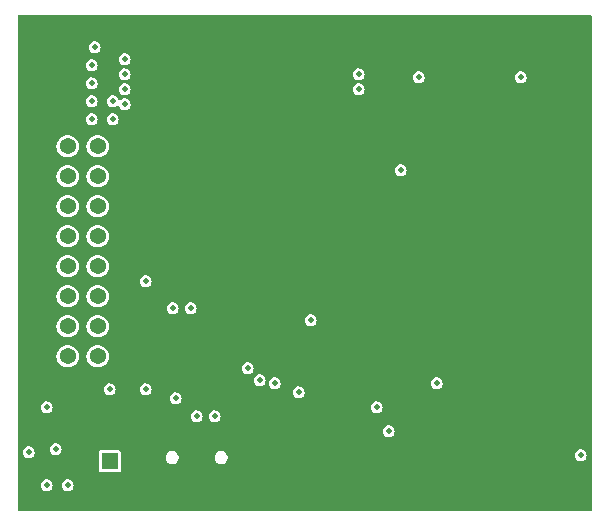
<source format=gbl>
%TF.GenerationSoftware,KiCad,Pcbnew,8.0.4*%
%TF.CreationDate,2024-09-05T11:54:57-04:00*%
%TF.ProjectId,ESP32-RC_R0,45535033-322d-4524-935f-52302e6b6963,0*%
%TF.SameCoordinates,Original*%
%TF.FileFunction,Copper,L4,Bot*%
%TF.FilePolarity,Positive*%
%FSLAX46Y46*%
G04 Gerber Fmt 4.6, Leading zero omitted, Abs format (unit mm)*
G04 Created by KiCad (PCBNEW 8.0.4) date 2024-09-05 11:54:57*
%MOMM*%
%LPD*%
G01*
G04 APERTURE LIST*
%TA.AperFunction,ComponentPad*%
%ADD10R,1.370000X1.370000*%
%TD*%
%TA.AperFunction,ComponentPad*%
%ADD11C,1.370000*%
%TD*%
%TA.AperFunction,ViaPad*%
%ADD12C,0.508000*%
%TD*%
G04 APERTURE END LIST*
D10*
%TO.P,J5,01,01*%
%TO.N,/PVBATT*%
X122936000Y-110236000D03*
D11*
%TO.P,J5,02,02*%
%TO.N,GND*%
X122936000Y-112776000D03*
%TD*%
D10*
%TO.P,J1,01,01*%
%TO.N,GND*%
X116840000Y-83566000D03*
D11*
%TO.P,J1,02,02*%
%TO.N,/PVRC*%
X119380000Y-83566000D03*
%TO.P,J1,03,03*%
%TO.N,/RC1*%
X121920000Y-83566000D03*
%TO.P,J1,04,04*%
%TO.N,GND*%
X116840000Y-86106000D03*
%TO.P,J1,05,05*%
%TO.N,/PVRC*%
X119380000Y-86106000D03*
%TO.P,J1,06,06*%
%TO.N,/RC2*%
X121920000Y-86106000D03*
%TO.P,J1,07,07*%
%TO.N,GND*%
X116840000Y-88646000D03*
%TO.P,J1,08,08*%
%TO.N,/PVRC*%
X119380000Y-88646000D03*
%TO.P,J1,09,09*%
%TO.N,/RC3*%
X121920000Y-88646000D03*
%TO.P,J1,10,10*%
%TO.N,GND*%
X116840000Y-91186000D03*
%TO.P,J1,11,11*%
%TO.N,/PVRC*%
X119380000Y-91186000D03*
%TO.P,J1,12,12*%
%TO.N,/RC4*%
X121920000Y-91186000D03*
%TO.P,J1,13,13*%
%TO.N,GND*%
X116840000Y-93726000D03*
%TO.P,J1,14,14*%
%TO.N,/PVRC*%
X119380000Y-93726000D03*
%TO.P,J1,15,15*%
%TO.N,/RC5*%
X121920000Y-93726000D03*
%TO.P,J1,16,16*%
%TO.N,GND*%
X116840000Y-96266000D03*
%TO.P,J1,17,17*%
%TO.N,/PVRC*%
X119380000Y-96266000D03*
%TO.P,J1,18,18*%
%TO.N,/RC6*%
X121920000Y-96266000D03*
%TO.P,J1,19,19*%
%TO.N,GND*%
X116840000Y-98806000D03*
%TO.P,J1,20,20*%
%TO.N,/PVRC*%
X119380000Y-98806000D03*
%TO.P,J1,21,21*%
%TO.N,/RC7*%
X121920000Y-98806000D03*
%TO.P,J1,22,22*%
%TO.N,GND*%
X116840000Y-101346000D03*
%TO.P,J1,23,23*%
%TO.N,/PVRC*%
X119380000Y-101346000D03*
%TO.P,J1,24,24*%
%TO.N,/RC8*%
X121920000Y-101346000D03*
%TD*%
D12*
%TO.N,P3V3*%
X119380000Y-112268000D03*
X135636000Y-103378000D03*
X162814000Y-109728000D03*
X147574000Y-85598000D03*
X121666000Y-75184000D03*
X149098000Y-77724000D03*
X136906000Y-103632000D03*
X157734000Y-77724000D03*
%TO.N,GND*%
X126746000Y-73152000D03*
X116586000Y-73152000D03*
X157226000Y-93472000D03*
X156210000Y-76708000D03*
X136906000Y-83312000D03*
X134112000Y-98806000D03*
X147574000Y-77216000D03*
X121666000Y-108712000D03*
X126746000Y-113792000D03*
X147066000Y-113792000D03*
X152146000Y-98552000D03*
X116586000Y-103632000D03*
X126746000Y-93472000D03*
X157226000Y-83312000D03*
X141986000Y-108712000D03*
X136906000Y-113792000D03*
X162306000Y-78232000D03*
X157226000Y-73152000D03*
X157226000Y-113792000D03*
X131826000Y-108712000D03*
X131826000Y-88392000D03*
X136906000Y-73152000D03*
X136906000Y-93472000D03*
%TO.N,/ESP32/EN*%
X125984000Y-94996000D03*
X121412000Y-76708000D03*
X124206000Y-76200000D03*
X138938000Y-104394000D03*
%TO.N,/ESP32/IO00*%
X125984000Y-104140000D03*
X145542000Y-105664000D03*
%TO.N,PVESC*%
X116078000Y-109474000D03*
X128524000Y-104902000D03*
X123190000Y-79756000D03*
%TO.N,VBUS*%
X139954000Y-98298000D03*
X130302000Y-106426000D03*
%TO.N,/ESP32/USB_DN*%
X131826000Y-106426000D03*
X134620000Y-102362000D03*
%TO.N,/PVRC*%
X117602000Y-105664000D03*
X117602000Y-112268000D03*
%TO.N,/PVBATT*%
X123190000Y-81280000D03*
X122936000Y-104140000D03*
%TO.N,/ESP32/RXD0*%
X129794000Y-97282000D03*
X144018000Y-78740000D03*
%TO.N,/ESP32/TXD0*%
X144018000Y-77470000D03*
X128270000Y-97282000D03*
%TO.N,/VSNS1*%
X124206000Y-77470000D03*
X121412000Y-78232000D03*
%TO.N,/VSNS2*%
X121412000Y-79756000D03*
X124206000Y-78740000D03*
%TO.N,/VSNS3*%
X121412000Y-81280000D03*
X124206000Y-80010000D03*
%TO.N,PVIN*%
X118364000Y-109220000D03*
X146558000Y-107696000D03*
X150622000Y-103632000D03*
%TD*%
%TA.AperFunction,Conductor*%
%TO.N,GND*%
G36*
X163695421Y-72486702D02*
G01*
X163741914Y-72540358D01*
X163753300Y-72592700D01*
X163753300Y-114351300D01*
X163733298Y-114419421D01*
X163679642Y-114465914D01*
X163627300Y-114477300D01*
X115264700Y-114477300D01*
X115196579Y-114457298D01*
X115150086Y-114403642D01*
X115138700Y-114351300D01*
X115138700Y-112267996D01*
X117088271Y-112267996D01*
X117088271Y-112268003D01*
X117109079Y-112412727D01*
X117109081Y-112412734D01*
X117169824Y-112545743D01*
X117265579Y-112656250D01*
X117388589Y-112735304D01*
X117508039Y-112770378D01*
X117528885Y-112776499D01*
X117528886Y-112776499D01*
X117528889Y-112776500D01*
X117528892Y-112776500D01*
X117675108Y-112776500D01*
X117675111Y-112776500D01*
X117815411Y-112735304D01*
X117938421Y-112656250D01*
X118034176Y-112545743D01*
X118094919Y-112412734D01*
X118115729Y-112268000D01*
X118115729Y-112267996D01*
X118866271Y-112267996D01*
X118866271Y-112268003D01*
X118887079Y-112412727D01*
X118887081Y-112412734D01*
X118947824Y-112545743D01*
X119043579Y-112656250D01*
X119166589Y-112735304D01*
X119286039Y-112770378D01*
X119306885Y-112776499D01*
X119306886Y-112776499D01*
X119306889Y-112776500D01*
X119306892Y-112776500D01*
X119453108Y-112776500D01*
X119453111Y-112776500D01*
X119593411Y-112735304D01*
X119716421Y-112656250D01*
X119812176Y-112545743D01*
X119872919Y-112412734D01*
X119893729Y-112268000D01*
X119893729Y-112267996D01*
X119872920Y-112123272D01*
X119872919Y-112123271D01*
X119872919Y-112123266D01*
X119812176Y-111990257D01*
X119716421Y-111879750D01*
X119716420Y-111879749D01*
X119654916Y-111840223D01*
X119593411Y-111800696D01*
X119558336Y-111790397D01*
X119453114Y-111759500D01*
X119453111Y-111759500D01*
X119306889Y-111759500D01*
X119306885Y-111759500D01*
X119166589Y-111800696D01*
X119166587Y-111800697D01*
X119043579Y-111879749D01*
X118947824Y-111990256D01*
X118887081Y-112123265D01*
X118887079Y-112123272D01*
X118866271Y-112267996D01*
X118115729Y-112267996D01*
X118094920Y-112123272D01*
X118094919Y-112123271D01*
X118094919Y-112123266D01*
X118034176Y-111990257D01*
X117938421Y-111879750D01*
X117938420Y-111879749D01*
X117876916Y-111840223D01*
X117815411Y-111800696D01*
X117780336Y-111790397D01*
X117675114Y-111759500D01*
X117675111Y-111759500D01*
X117528889Y-111759500D01*
X117528885Y-111759500D01*
X117388589Y-111800696D01*
X117388587Y-111800697D01*
X117265579Y-111879749D01*
X117169824Y-111990256D01*
X117109081Y-112123265D01*
X117109079Y-112123272D01*
X117088271Y-112267996D01*
X115138700Y-112267996D01*
X115138700Y-109473996D01*
X115564271Y-109473996D01*
X115564271Y-109474003D01*
X115585079Y-109618727D01*
X115585081Y-109618734D01*
X115645824Y-109751743D01*
X115741579Y-109862250D01*
X115864589Y-109941304D01*
X115984039Y-109976378D01*
X116004885Y-109982499D01*
X116004886Y-109982499D01*
X116004889Y-109982500D01*
X116004892Y-109982500D01*
X116151108Y-109982500D01*
X116151111Y-109982500D01*
X116291411Y-109941304D01*
X116414421Y-109862250D01*
X116510176Y-109751743D01*
X116570919Y-109618734D01*
X116584262Y-109525933D01*
X116591729Y-109474003D01*
X116591729Y-109473996D01*
X116570920Y-109329272D01*
X116570919Y-109329271D01*
X116570919Y-109329266D01*
X116521017Y-109219996D01*
X117850271Y-109219996D01*
X117850271Y-109220003D01*
X117871079Y-109364727D01*
X117871081Y-109364734D01*
X117931824Y-109497743D01*
X118027579Y-109608250D01*
X118150589Y-109687304D01*
X118270039Y-109722378D01*
X118290885Y-109728499D01*
X118290886Y-109728499D01*
X118290889Y-109728500D01*
X118290892Y-109728500D01*
X118437108Y-109728500D01*
X118437111Y-109728500D01*
X118577411Y-109687304D01*
X118700421Y-109608250D01*
X118771752Y-109525930D01*
X121996500Y-109525930D01*
X121996500Y-110946063D01*
X121996501Y-110946073D01*
X122011265Y-111020300D01*
X122067516Y-111104484D01*
X122151697Y-111160733D01*
X122151699Y-111160734D01*
X122225933Y-111175500D01*
X123646066Y-111175499D01*
X123646069Y-111175498D01*
X123646073Y-111175498D01*
X123695326Y-111165701D01*
X123720301Y-111160734D01*
X123804484Y-111104484D01*
X123860734Y-111020301D01*
X123875500Y-110946067D01*
X123875499Y-109841104D01*
X127673300Y-109841104D01*
X127673300Y-109986896D01*
X127707961Y-110116250D01*
X127711034Y-110127719D01*
X127711036Y-110127724D01*
X127783927Y-110253976D01*
X127783935Y-110253986D01*
X127887013Y-110357064D01*
X127887018Y-110357068D01*
X127887020Y-110357070D01*
X128013280Y-110429966D01*
X128154104Y-110467700D01*
X128154107Y-110467700D01*
X128299893Y-110467700D01*
X128299896Y-110467700D01*
X128440720Y-110429966D01*
X128566980Y-110357070D01*
X128670070Y-110253980D01*
X128742966Y-110127720D01*
X128780700Y-109986896D01*
X128780700Y-109841104D01*
X131823300Y-109841104D01*
X131823300Y-109986896D01*
X131857961Y-110116250D01*
X131861034Y-110127719D01*
X131861036Y-110127724D01*
X131933927Y-110253976D01*
X131933935Y-110253986D01*
X132037013Y-110357064D01*
X132037018Y-110357068D01*
X132037020Y-110357070D01*
X132163280Y-110429966D01*
X132304104Y-110467700D01*
X132304107Y-110467700D01*
X132449893Y-110467700D01*
X132449896Y-110467700D01*
X132590720Y-110429966D01*
X132716980Y-110357070D01*
X132820070Y-110253980D01*
X132892966Y-110127720D01*
X132930700Y-109986896D01*
X132930700Y-109841104D01*
X132900393Y-109727996D01*
X162300271Y-109727996D01*
X162300271Y-109728003D01*
X162321079Y-109872727D01*
X162321081Y-109872734D01*
X162381824Y-110005743D01*
X162477579Y-110116250D01*
X162600589Y-110195304D01*
X162720039Y-110230378D01*
X162740885Y-110236499D01*
X162740886Y-110236499D01*
X162740889Y-110236500D01*
X162740892Y-110236500D01*
X162887108Y-110236500D01*
X162887111Y-110236500D01*
X163027411Y-110195304D01*
X163150421Y-110116250D01*
X163246176Y-110005743D01*
X163306919Y-109872734D01*
X163311467Y-109841104D01*
X163327729Y-109728003D01*
X163327729Y-109727996D01*
X163306920Y-109583272D01*
X163306919Y-109583271D01*
X163306919Y-109583266D01*
X163246176Y-109450257D01*
X163150421Y-109339750D01*
X163150420Y-109339749D01*
X163083123Y-109296500D01*
X163027411Y-109260696D01*
X162992336Y-109250397D01*
X162887114Y-109219500D01*
X162887111Y-109219500D01*
X162740889Y-109219500D01*
X162740885Y-109219500D01*
X162600589Y-109260696D01*
X162600587Y-109260697D01*
X162477579Y-109339749D01*
X162381824Y-109450256D01*
X162321081Y-109583265D01*
X162321079Y-109583272D01*
X162300271Y-109727996D01*
X132900393Y-109727996D01*
X132892966Y-109700280D01*
X132820070Y-109574020D01*
X132820068Y-109574018D01*
X132820064Y-109574013D01*
X132716986Y-109470935D01*
X132716976Y-109470927D01*
X132590724Y-109398036D01*
X132590722Y-109398035D01*
X132590720Y-109398034D01*
X132449896Y-109360300D01*
X132304104Y-109360300D01*
X132163280Y-109398034D01*
X132163275Y-109398036D01*
X132037023Y-109470927D01*
X132037013Y-109470935D01*
X131933935Y-109574013D01*
X131933927Y-109574023D01*
X131861036Y-109700275D01*
X131861034Y-109700280D01*
X131823300Y-109841104D01*
X128780700Y-109841104D01*
X128742966Y-109700280D01*
X128670070Y-109574020D01*
X128670068Y-109574018D01*
X128670064Y-109574013D01*
X128566986Y-109470935D01*
X128566976Y-109470927D01*
X128440724Y-109398036D01*
X128440722Y-109398035D01*
X128440720Y-109398034D01*
X128299896Y-109360300D01*
X128154104Y-109360300D01*
X128013280Y-109398034D01*
X128013275Y-109398036D01*
X127887023Y-109470927D01*
X127887013Y-109470935D01*
X127783935Y-109574013D01*
X127783927Y-109574023D01*
X127711036Y-109700275D01*
X127711034Y-109700280D01*
X127673300Y-109841104D01*
X123875499Y-109841104D01*
X123875499Y-109525934D01*
X123875498Y-109525930D01*
X123875498Y-109525926D01*
X123860734Y-109451699D01*
X123804483Y-109367515D01*
X123720302Y-109311266D01*
X123646067Y-109296500D01*
X122225936Y-109296500D01*
X122225926Y-109296501D01*
X122151699Y-109311265D01*
X122067515Y-109367516D01*
X122011266Y-109451697D01*
X121996500Y-109525930D01*
X118771752Y-109525930D01*
X118796176Y-109497743D01*
X118856919Y-109364734D01*
X118877729Y-109220000D01*
X118877729Y-109219996D01*
X118856920Y-109075272D01*
X118856919Y-109075271D01*
X118856919Y-109075266D01*
X118796176Y-108942257D01*
X118700421Y-108831750D01*
X118700420Y-108831749D01*
X118638916Y-108792223D01*
X118577411Y-108752696D01*
X118542336Y-108742397D01*
X118437114Y-108711500D01*
X118437111Y-108711500D01*
X118290889Y-108711500D01*
X118290885Y-108711500D01*
X118150589Y-108752696D01*
X118150587Y-108752697D01*
X118027579Y-108831749D01*
X117931824Y-108942256D01*
X117871081Y-109075265D01*
X117871079Y-109075272D01*
X117850271Y-109219996D01*
X116521017Y-109219996D01*
X116510176Y-109196257D01*
X116414421Y-109085750D01*
X116414420Y-109085749D01*
X116352916Y-109046223D01*
X116291411Y-109006696D01*
X116256336Y-108996397D01*
X116151114Y-108965500D01*
X116151111Y-108965500D01*
X116004889Y-108965500D01*
X116004885Y-108965500D01*
X115864589Y-109006696D01*
X115864587Y-109006697D01*
X115741579Y-109085749D01*
X115645824Y-109196256D01*
X115585081Y-109329265D01*
X115585079Y-109329272D01*
X115564271Y-109473996D01*
X115138700Y-109473996D01*
X115138700Y-107695996D01*
X146044271Y-107695996D01*
X146044271Y-107696003D01*
X146065079Y-107840727D01*
X146065081Y-107840734D01*
X146125824Y-107973743D01*
X146221579Y-108084250D01*
X146344589Y-108163304D01*
X146464039Y-108198378D01*
X146484885Y-108204499D01*
X146484886Y-108204499D01*
X146484889Y-108204500D01*
X146484892Y-108204500D01*
X146631108Y-108204500D01*
X146631111Y-108204500D01*
X146771411Y-108163304D01*
X146894421Y-108084250D01*
X146990176Y-107973743D01*
X147050919Y-107840734D01*
X147071729Y-107696000D01*
X147071729Y-107695996D01*
X147050920Y-107551272D01*
X147050919Y-107551271D01*
X147050919Y-107551266D01*
X146990176Y-107418257D01*
X146894421Y-107307750D01*
X146894420Y-107307749D01*
X146832916Y-107268223D01*
X146771411Y-107228696D01*
X146736336Y-107218397D01*
X146631114Y-107187500D01*
X146631111Y-107187500D01*
X146484889Y-107187500D01*
X146484885Y-107187500D01*
X146344589Y-107228696D01*
X146344587Y-107228697D01*
X146221579Y-107307749D01*
X146125824Y-107418256D01*
X146065081Y-107551265D01*
X146065079Y-107551272D01*
X146044271Y-107695996D01*
X115138700Y-107695996D01*
X115138700Y-106425996D01*
X129788271Y-106425996D01*
X129788271Y-106426003D01*
X129809079Y-106570727D01*
X129809081Y-106570734D01*
X129869824Y-106703743D01*
X129965579Y-106814250D01*
X130088589Y-106893304D01*
X130208039Y-106928378D01*
X130228885Y-106934499D01*
X130228886Y-106934499D01*
X130228889Y-106934500D01*
X130228892Y-106934500D01*
X130375108Y-106934500D01*
X130375111Y-106934500D01*
X130515411Y-106893304D01*
X130638421Y-106814250D01*
X130734176Y-106703743D01*
X130794919Y-106570734D01*
X130815729Y-106426000D01*
X130815729Y-106425996D01*
X131312271Y-106425996D01*
X131312271Y-106426003D01*
X131333079Y-106570727D01*
X131333081Y-106570734D01*
X131393824Y-106703743D01*
X131489579Y-106814250D01*
X131612589Y-106893304D01*
X131732039Y-106928378D01*
X131752885Y-106934499D01*
X131752886Y-106934499D01*
X131752889Y-106934500D01*
X131752892Y-106934500D01*
X131899108Y-106934500D01*
X131899111Y-106934500D01*
X132039411Y-106893304D01*
X132162421Y-106814250D01*
X132258176Y-106703743D01*
X132318919Y-106570734D01*
X132339729Y-106426000D01*
X132339729Y-106425996D01*
X132318920Y-106281272D01*
X132318919Y-106281271D01*
X132318919Y-106281266D01*
X132258176Y-106148257D01*
X132162421Y-106037750D01*
X132162420Y-106037749D01*
X132100916Y-105998223D01*
X132039411Y-105958696D01*
X131981675Y-105941743D01*
X131899114Y-105917500D01*
X131899111Y-105917500D01*
X131752889Y-105917500D01*
X131752885Y-105917500D01*
X131612589Y-105958696D01*
X131612587Y-105958697D01*
X131489579Y-106037749D01*
X131393824Y-106148256D01*
X131333081Y-106281265D01*
X131333079Y-106281272D01*
X131312271Y-106425996D01*
X130815729Y-106425996D01*
X130794920Y-106281272D01*
X130794919Y-106281271D01*
X130794919Y-106281266D01*
X130734176Y-106148257D01*
X130638421Y-106037750D01*
X130638420Y-106037749D01*
X130576916Y-105998223D01*
X130515411Y-105958696D01*
X130457675Y-105941743D01*
X130375114Y-105917500D01*
X130375111Y-105917500D01*
X130228889Y-105917500D01*
X130228885Y-105917500D01*
X130088589Y-105958696D01*
X130088587Y-105958697D01*
X129965579Y-106037749D01*
X129869824Y-106148256D01*
X129809081Y-106281265D01*
X129809079Y-106281272D01*
X129788271Y-106425996D01*
X115138700Y-106425996D01*
X115138700Y-105663996D01*
X117088271Y-105663996D01*
X117088271Y-105664003D01*
X117109079Y-105808727D01*
X117109081Y-105808734D01*
X117169824Y-105941743D01*
X117265579Y-106052250D01*
X117388589Y-106131304D01*
X117508039Y-106166378D01*
X117528885Y-106172499D01*
X117528886Y-106172499D01*
X117528889Y-106172500D01*
X117528892Y-106172500D01*
X117675108Y-106172500D01*
X117675111Y-106172500D01*
X117815411Y-106131304D01*
X117938421Y-106052250D01*
X118034176Y-105941743D01*
X118094919Y-105808734D01*
X118115729Y-105664000D01*
X118115729Y-105663996D01*
X145028271Y-105663996D01*
X145028271Y-105664003D01*
X145049079Y-105808727D01*
X145049081Y-105808734D01*
X145109824Y-105941743D01*
X145205579Y-106052250D01*
X145328589Y-106131304D01*
X145448039Y-106166378D01*
X145468885Y-106172499D01*
X145468886Y-106172499D01*
X145468889Y-106172500D01*
X145468892Y-106172500D01*
X145615108Y-106172500D01*
X145615111Y-106172500D01*
X145755411Y-106131304D01*
X145878421Y-106052250D01*
X145974176Y-105941743D01*
X146034919Y-105808734D01*
X146055729Y-105664000D01*
X146055729Y-105663996D01*
X146034920Y-105519272D01*
X146034919Y-105519271D01*
X146034919Y-105519266D01*
X145974176Y-105386257D01*
X145878421Y-105275750D01*
X145878420Y-105275749D01*
X145816916Y-105236223D01*
X145755411Y-105196696D01*
X145697675Y-105179743D01*
X145615114Y-105155500D01*
X145615111Y-105155500D01*
X145468889Y-105155500D01*
X145468885Y-105155500D01*
X145328589Y-105196696D01*
X145328587Y-105196697D01*
X145205579Y-105275749D01*
X145109824Y-105386256D01*
X145049081Y-105519265D01*
X145049079Y-105519272D01*
X145028271Y-105663996D01*
X118115729Y-105663996D01*
X118094920Y-105519272D01*
X118094919Y-105519271D01*
X118094919Y-105519266D01*
X118034176Y-105386257D01*
X117938421Y-105275750D01*
X117938420Y-105275749D01*
X117876916Y-105236223D01*
X117815411Y-105196696D01*
X117757675Y-105179743D01*
X117675114Y-105155500D01*
X117675111Y-105155500D01*
X117528889Y-105155500D01*
X117528885Y-105155500D01*
X117388589Y-105196696D01*
X117388587Y-105196697D01*
X117265579Y-105275749D01*
X117169824Y-105386256D01*
X117109081Y-105519265D01*
X117109079Y-105519272D01*
X117088271Y-105663996D01*
X115138700Y-105663996D01*
X115138700Y-104901996D01*
X128010271Y-104901996D01*
X128010271Y-104902003D01*
X128031079Y-105046727D01*
X128031081Y-105046734D01*
X128091824Y-105179743D01*
X128187579Y-105290250D01*
X128310589Y-105369304D01*
X128430039Y-105404378D01*
X128450885Y-105410499D01*
X128450886Y-105410499D01*
X128450889Y-105410500D01*
X128450892Y-105410500D01*
X128597108Y-105410500D01*
X128597111Y-105410500D01*
X128737411Y-105369304D01*
X128860421Y-105290250D01*
X128956176Y-105179743D01*
X129016919Y-105046734D01*
X129017227Y-105044589D01*
X129037729Y-104902003D01*
X129037729Y-104901996D01*
X129016920Y-104757272D01*
X129016919Y-104757271D01*
X129016919Y-104757266D01*
X128956176Y-104624257D01*
X128860421Y-104513750D01*
X128860420Y-104513749D01*
X128798916Y-104474223D01*
X128737411Y-104434696D01*
X128679675Y-104417743D01*
X128598803Y-104393996D01*
X138424271Y-104393996D01*
X138424271Y-104394003D01*
X138445079Y-104538727D01*
X138445081Y-104538734D01*
X138505824Y-104671743D01*
X138601579Y-104782250D01*
X138724589Y-104861304D01*
X138844039Y-104896378D01*
X138864885Y-104902499D01*
X138864886Y-104902499D01*
X138864889Y-104902500D01*
X138864892Y-104902500D01*
X139011108Y-104902500D01*
X139011111Y-104902500D01*
X139151411Y-104861304D01*
X139274421Y-104782250D01*
X139370176Y-104671743D01*
X139430919Y-104538734D01*
X139445878Y-104434696D01*
X139451729Y-104394003D01*
X139451729Y-104393996D01*
X139430920Y-104249272D01*
X139430919Y-104249271D01*
X139430919Y-104249266D01*
X139370176Y-104116257D01*
X139274421Y-104005750D01*
X139274420Y-104005749D01*
X139212916Y-103966223D01*
X139151411Y-103926696D01*
X139093675Y-103909743D01*
X139011114Y-103885500D01*
X139011111Y-103885500D01*
X138864889Y-103885500D01*
X138864885Y-103885500D01*
X138724589Y-103926696D01*
X138724587Y-103926697D01*
X138601579Y-104005749D01*
X138505824Y-104116256D01*
X138445081Y-104249265D01*
X138445079Y-104249272D01*
X138424271Y-104393996D01*
X128598803Y-104393996D01*
X128597114Y-104393500D01*
X128597111Y-104393500D01*
X128450889Y-104393500D01*
X128450885Y-104393500D01*
X128310589Y-104434696D01*
X128310587Y-104434697D01*
X128187579Y-104513749D01*
X128091824Y-104624256D01*
X128031081Y-104757265D01*
X128031079Y-104757272D01*
X128010271Y-104901996D01*
X115138700Y-104901996D01*
X115138700Y-104139996D01*
X122422271Y-104139996D01*
X122422271Y-104140003D01*
X122443079Y-104284727D01*
X122443081Y-104284734D01*
X122503824Y-104417743D01*
X122599579Y-104528250D01*
X122722589Y-104607304D01*
X122842039Y-104642378D01*
X122862885Y-104648499D01*
X122862886Y-104648499D01*
X122862889Y-104648500D01*
X122862892Y-104648500D01*
X123009108Y-104648500D01*
X123009111Y-104648500D01*
X123149411Y-104607304D01*
X123272421Y-104528250D01*
X123368176Y-104417743D01*
X123428919Y-104284734D01*
X123434019Y-104249265D01*
X123449729Y-104140003D01*
X123449729Y-104139996D01*
X125470271Y-104139996D01*
X125470271Y-104140003D01*
X125491079Y-104284727D01*
X125491081Y-104284734D01*
X125551824Y-104417743D01*
X125647579Y-104528250D01*
X125770589Y-104607304D01*
X125890039Y-104642378D01*
X125910885Y-104648499D01*
X125910886Y-104648499D01*
X125910889Y-104648500D01*
X125910892Y-104648500D01*
X126057108Y-104648500D01*
X126057111Y-104648500D01*
X126197411Y-104607304D01*
X126320421Y-104528250D01*
X126416176Y-104417743D01*
X126476919Y-104284734D01*
X126482019Y-104249265D01*
X126497729Y-104140003D01*
X126497729Y-104139996D01*
X126476920Y-103995272D01*
X126476919Y-103995271D01*
X126476919Y-103995266D01*
X126416176Y-103862257D01*
X126320421Y-103751750D01*
X126320420Y-103751749D01*
X126258916Y-103712223D01*
X126197411Y-103672696D01*
X126139675Y-103655743D01*
X126057114Y-103631500D01*
X126057111Y-103631500D01*
X125910889Y-103631500D01*
X125910885Y-103631500D01*
X125770589Y-103672696D01*
X125770587Y-103672697D01*
X125647579Y-103751749D01*
X125551824Y-103862256D01*
X125491081Y-103995265D01*
X125491079Y-103995272D01*
X125470271Y-104139996D01*
X123449729Y-104139996D01*
X123428920Y-103995272D01*
X123428919Y-103995271D01*
X123428919Y-103995266D01*
X123368176Y-103862257D01*
X123272421Y-103751750D01*
X123272420Y-103751749D01*
X123210916Y-103712223D01*
X123149411Y-103672696D01*
X123091675Y-103655743D01*
X123009114Y-103631500D01*
X123009111Y-103631500D01*
X122862889Y-103631500D01*
X122862885Y-103631500D01*
X122722589Y-103672696D01*
X122722587Y-103672697D01*
X122599579Y-103751749D01*
X122503824Y-103862256D01*
X122443081Y-103995265D01*
X122443079Y-103995272D01*
X122422271Y-104139996D01*
X115138700Y-104139996D01*
X115138700Y-103377996D01*
X135122271Y-103377996D01*
X135122271Y-103378003D01*
X135143079Y-103522727D01*
X135143081Y-103522734D01*
X135203824Y-103655743D01*
X135299579Y-103766250D01*
X135422589Y-103845304D01*
X135542039Y-103880378D01*
X135562885Y-103886499D01*
X135562886Y-103886499D01*
X135562889Y-103886500D01*
X135562892Y-103886500D01*
X135709108Y-103886500D01*
X135709111Y-103886500D01*
X135849411Y-103845304D01*
X135972421Y-103766250D01*
X136068176Y-103655743D01*
X136079021Y-103631996D01*
X136392271Y-103631996D01*
X136392271Y-103632003D01*
X136413079Y-103776727D01*
X136413081Y-103776734D01*
X136473824Y-103909743D01*
X136569579Y-104020250D01*
X136692589Y-104099304D01*
X136812039Y-104134378D01*
X136832885Y-104140499D01*
X136832886Y-104140499D01*
X136832889Y-104140500D01*
X136832892Y-104140500D01*
X136979108Y-104140500D01*
X136979111Y-104140500D01*
X137119411Y-104099304D01*
X137242421Y-104020250D01*
X137338176Y-103909743D01*
X137398919Y-103776734D01*
X137413878Y-103672696D01*
X137419729Y-103632003D01*
X137419729Y-103631996D01*
X150108271Y-103631996D01*
X150108271Y-103632003D01*
X150129079Y-103776727D01*
X150129081Y-103776734D01*
X150189824Y-103909743D01*
X150285579Y-104020250D01*
X150408589Y-104099304D01*
X150528039Y-104134378D01*
X150548885Y-104140499D01*
X150548886Y-104140499D01*
X150548889Y-104140500D01*
X150548892Y-104140500D01*
X150695108Y-104140500D01*
X150695111Y-104140500D01*
X150835411Y-104099304D01*
X150958421Y-104020250D01*
X151054176Y-103909743D01*
X151114919Y-103776734D01*
X151129878Y-103672696D01*
X151135729Y-103632003D01*
X151135729Y-103631996D01*
X151114920Y-103487272D01*
X151114919Y-103487271D01*
X151114919Y-103487266D01*
X151054176Y-103354257D01*
X150958421Y-103243750D01*
X150958420Y-103243749D01*
X150896916Y-103204223D01*
X150835411Y-103164696D01*
X150800336Y-103154397D01*
X150695114Y-103123500D01*
X150695111Y-103123500D01*
X150548889Y-103123500D01*
X150548885Y-103123500D01*
X150408589Y-103164696D01*
X150408587Y-103164697D01*
X150285579Y-103243749D01*
X150189824Y-103354256D01*
X150129081Y-103487265D01*
X150129079Y-103487272D01*
X150108271Y-103631996D01*
X137419729Y-103631996D01*
X137398920Y-103487272D01*
X137398919Y-103487271D01*
X137398919Y-103487266D01*
X137338176Y-103354257D01*
X137242421Y-103243750D01*
X137242420Y-103243749D01*
X137180916Y-103204223D01*
X137119411Y-103164696D01*
X137084336Y-103154397D01*
X136979114Y-103123500D01*
X136979111Y-103123500D01*
X136832889Y-103123500D01*
X136832885Y-103123500D01*
X136692589Y-103164696D01*
X136692587Y-103164697D01*
X136569579Y-103243749D01*
X136473824Y-103354256D01*
X136413081Y-103487265D01*
X136413079Y-103487272D01*
X136392271Y-103631996D01*
X136079021Y-103631996D01*
X136128919Y-103522734D01*
X136149729Y-103378000D01*
X136149729Y-103377996D01*
X136128920Y-103233272D01*
X136128919Y-103233271D01*
X136128919Y-103233266D01*
X136068176Y-103100257D01*
X135972421Y-102989750D01*
X135972420Y-102989749D01*
X135910916Y-102950223D01*
X135849411Y-102910696D01*
X135814336Y-102900397D01*
X135709114Y-102869500D01*
X135709111Y-102869500D01*
X135562889Y-102869500D01*
X135562885Y-102869500D01*
X135422589Y-102910696D01*
X135422587Y-102910697D01*
X135299579Y-102989749D01*
X135203824Y-103100256D01*
X135143081Y-103233265D01*
X135143079Y-103233272D01*
X135122271Y-103377996D01*
X115138700Y-103377996D01*
X115138700Y-102361996D01*
X134106271Y-102361996D01*
X134106271Y-102362003D01*
X134127079Y-102506727D01*
X134127081Y-102506734D01*
X134187824Y-102639743D01*
X134283579Y-102750250D01*
X134406589Y-102829304D01*
X134526039Y-102864378D01*
X134546885Y-102870499D01*
X134546886Y-102870499D01*
X134546889Y-102870500D01*
X134546892Y-102870500D01*
X134693108Y-102870500D01*
X134693111Y-102870500D01*
X134833411Y-102829304D01*
X134956421Y-102750250D01*
X135052176Y-102639743D01*
X135112919Y-102506734D01*
X135133729Y-102362000D01*
X135133729Y-102361996D01*
X135112920Y-102217272D01*
X135112919Y-102217271D01*
X135112919Y-102217266D01*
X135052176Y-102084257D01*
X134956421Y-101973750D01*
X134956420Y-101973749D01*
X134843634Y-101901266D01*
X134833411Y-101894696D01*
X134798336Y-101884397D01*
X134693114Y-101853500D01*
X134693111Y-101853500D01*
X134546889Y-101853500D01*
X134546885Y-101853500D01*
X134406589Y-101894696D01*
X134406587Y-101894697D01*
X134283579Y-101973749D01*
X134187824Y-102084256D01*
X134127081Y-102217265D01*
X134127079Y-102217272D01*
X134106271Y-102361996D01*
X115138700Y-102361996D01*
X115138700Y-101346000D01*
X118435325Y-101346000D01*
X118455967Y-101542409D01*
X118516994Y-101730232D01*
X118562228Y-101808579D01*
X118615742Y-101901266D01*
X118615744Y-101901269D01*
X118615747Y-101901273D01*
X118747885Y-102048027D01*
X118747888Y-102048029D01*
X118747889Y-102048030D01*
X118907662Y-102164113D01*
X119088079Y-102244439D01*
X119281255Y-102285500D01*
X119478745Y-102285500D01*
X119671921Y-102244439D01*
X119852338Y-102164113D01*
X120012111Y-102048030D01*
X120144258Y-101901266D01*
X120243004Y-101730234D01*
X120304032Y-101542409D01*
X120324675Y-101346000D01*
X120975325Y-101346000D01*
X120995967Y-101542409D01*
X121056994Y-101730232D01*
X121102228Y-101808579D01*
X121155742Y-101901266D01*
X121155744Y-101901269D01*
X121155747Y-101901273D01*
X121287885Y-102048027D01*
X121287888Y-102048029D01*
X121287889Y-102048030D01*
X121447662Y-102164113D01*
X121628079Y-102244439D01*
X121821255Y-102285500D01*
X122018745Y-102285500D01*
X122211921Y-102244439D01*
X122392338Y-102164113D01*
X122552111Y-102048030D01*
X122684258Y-101901266D01*
X122783004Y-101730234D01*
X122844032Y-101542409D01*
X122864675Y-101346000D01*
X122844032Y-101149591D01*
X122844032Y-101149590D01*
X122783005Y-100961767D01*
X122760387Y-100922593D01*
X122684258Y-100790734D01*
X122684254Y-100790729D01*
X122684252Y-100790726D01*
X122552114Y-100643972D01*
X122392338Y-100527887D01*
X122211921Y-100447561D01*
X122018745Y-100406500D01*
X121821255Y-100406500D01*
X121628078Y-100447561D01*
X121447662Y-100527887D01*
X121287886Y-100643971D01*
X121155747Y-100790726D01*
X121155743Y-100790733D01*
X121056994Y-100961767D01*
X120995967Y-101149590D01*
X120975325Y-101346000D01*
X120324675Y-101346000D01*
X120304032Y-101149591D01*
X120304032Y-101149590D01*
X120243005Y-100961767D01*
X120220387Y-100922593D01*
X120144258Y-100790734D01*
X120144254Y-100790729D01*
X120144252Y-100790726D01*
X120012114Y-100643972D01*
X119852338Y-100527887D01*
X119671921Y-100447561D01*
X119478745Y-100406500D01*
X119281255Y-100406500D01*
X119088078Y-100447561D01*
X118907662Y-100527887D01*
X118747886Y-100643971D01*
X118615747Y-100790726D01*
X118615743Y-100790733D01*
X118516994Y-100961767D01*
X118455967Y-101149590D01*
X118435325Y-101346000D01*
X115138700Y-101346000D01*
X115138700Y-98806000D01*
X118435325Y-98806000D01*
X118455967Y-99002409D01*
X118516994Y-99190232D01*
X118562228Y-99268579D01*
X118615742Y-99361266D01*
X118615744Y-99361269D01*
X118615747Y-99361273D01*
X118747885Y-99508027D01*
X118747888Y-99508029D01*
X118747889Y-99508030D01*
X118907662Y-99624113D01*
X119088079Y-99704439D01*
X119281255Y-99745500D01*
X119478745Y-99745500D01*
X119671921Y-99704439D01*
X119852338Y-99624113D01*
X120012111Y-99508030D01*
X120144258Y-99361266D01*
X120243004Y-99190234D01*
X120304032Y-99002409D01*
X120324675Y-98806000D01*
X120975325Y-98806000D01*
X120995967Y-99002409D01*
X121056994Y-99190232D01*
X121102228Y-99268579D01*
X121155742Y-99361266D01*
X121155744Y-99361269D01*
X121155747Y-99361273D01*
X121287885Y-99508027D01*
X121287888Y-99508029D01*
X121287889Y-99508030D01*
X121447662Y-99624113D01*
X121628079Y-99704439D01*
X121821255Y-99745500D01*
X122018745Y-99745500D01*
X122211921Y-99704439D01*
X122392338Y-99624113D01*
X122552111Y-99508030D01*
X122684258Y-99361266D01*
X122783004Y-99190234D01*
X122844032Y-99002409D01*
X122864675Y-98806000D01*
X122844032Y-98609591D01*
X122844032Y-98609590D01*
X122783005Y-98421767D01*
X122760387Y-98382593D01*
X122711545Y-98297996D01*
X139440271Y-98297996D01*
X139440271Y-98298003D01*
X139461079Y-98442727D01*
X139461081Y-98442734D01*
X139521824Y-98575743D01*
X139617579Y-98686250D01*
X139740589Y-98765304D01*
X139860039Y-98800378D01*
X139880885Y-98806499D01*
X139880886Y-98806499D01*
X139880889Y-98806500D01*
X139880892Y-98806500D01*
X140027108Y-98806500D01*
X140027111Y-98806500D01*
X140167411Y-98765304D01*
X140290421Y-98686250D01*
X140386176Y-98575743D01*
X140446919Y-98442734D01*
X140467729Y-98298000D01*
X140467729Y-98297996D01*
X140446920Y-98153272D01*
X140446919Y-98153271D01*
X140446919Y-98153266D01*
X140386176Y-98020257D01*
X140290421Y-97909750D01*
X140290420Y-97909749D01*
X140223123Y-97866500D01*
X140167411Y-97830696D01*
X140132336Y-97820397D01*
X140027114Y-97789500D01*
X140027111Y-97789500D01*
X139880889Y-97789500D01*
X139880885Y-97789500D01*
X139740589Y-97830696D01*
X139740587Y-97830697D01*
X139617579Y-97909749D01*
X139521824Y-98020256D01*
X139461081Y-98153265D01*
X139461079Y-98153272D01*
X139440271Y-98297996D01*
X122711545Y-98297996D01*
X122684258Y-98250734D01*
X122684254Y-98250729D01*
X122684252Y-98250726D01*
X122552114Y-98103972D01*
X122392338Y-97987887D01*
X122211921Y-97907561D01*
X122018745Y-97866500D01*
X121821255Y-97866500D01*
X121628078Y-97907561D01*
X121447662Y-97987887D01*
X121287886Y-98103971D01*
X121155747Y-98250726D01*
X121155743Y-98250733D01*
X121056994Y-98421767D01*
X120995967Y-98609590D01*
X120975325Y-98806000D01*
X120324675Y-98806000D01*
X120304032Y-98609591D01*
X120304032Y-98609590D01*
X120243005Y-98421767D01*
X120220387Y-98382593D01*
X120144258Y-98250734D01*
X120144254Y-98250729D01*
X120144252Y-98250726D01*
X120012114Y-98103972D01*
X119852338Y-97987887D01*
X119671921Y-97907561D01*
X119478745Y-97866500D01*
X119281255Y-97866500D01*
X119088078Y-97907561D01*
X118907662Y-97987887D01*
X118747886Y-98103971D01*
X118615747Y-98250726D01*
X118615743Y-98250733D01*
X118516994Y-98421767D01*
X118455967Y-98609590D01*
X118435325Y-98806000D01*
X115138700Y-98806000D01*
X115138700Y-97281996D01*
X127756271Y-97281996D01*
X127756271Y-97282003D01*
X127777079Y-97426727D01*
X127777081Y-97426734D01*
X127837824Y-97559743D01*
X127933579Y-97670250D01*
X128056589Y-97749304D01*
X128176039Y-97784378D01*
X128196885Y-97790499D01*
X128196886Y-97790499D01*
X128196889Y-97790500D01*
X128196892Y-97790500D01*
X128343108Y-97790500D01*
X128343111Y-97790500D01*
X128483411Y-97749304D01*
X128606421Y-97670250D01*
X128702176Y-97559743D01*
X128762919Y-97426734D01*
X128783729Y-97282000D01*
X128783729Y-97281996D01*
X129280271Y-97281996D01*
X129280271Y-97282003D01*
X129301079Y-97426727D01*
X129301081Y-97426734D01*
X129361824Y-97559743D01*
X129457579Y-97670250D01*
X129580589Y-97749304D01*
X129700039Y-97784378D01*
X129720885Y-97790499D01*
X129720886Y-97790499D01*
X129720889Y-97790500D01*
X129720892Y-97790500D01*
X129867108Y-97790500D01*
X129867111Y-97790500D01*
X130007411Y-97749304D01*
X130130421Y-97670250D01*
X130226176Y-97559743D01*
X130286919Y-97426734D01*
X130307729Y-97282000D01*
X130307729Y-97281996D01*
X130286920Y-97137272D01*
X130286919Y-97137271D01*
X130286919Y-97137266D01*
X130226176Y-97004257D01*
X130130421Y-96893750D01*
X130130420Y-96893749D01*
X130017634Y-96821266D01*
X130007411Y-96814696D01*
X129972336Y-96804397D01*
X129867114Y-96773500D01*
X129867111Y-96773500D01*
X129720889Y-96773500D01*
X129720885Y-96773500D01*
X129580589Y-96814696D01*
X129580587Y-96814697D01*
X129457579Y-96893749D01*
X129361824Y-97004256D01*
X129301081Y-97137265D01*
X129301079Y-97137272D01*
X129280271Y-97281996D01*
X128783729Y-97281996D01*
X128762920Y-97137272D01*
X128762919Y-97137271D01*
X128762919Y-97137266D01*
X128702176Y-97004257D01*
X128606421Y-96893750D01*
X128606420Y-96893749D01*
X128493634Y-96821266D01*
X128483411Y-96814696D01*
X128448336Y-96804397D01*
X128343114Y-96773500D01*
X128343111Y-96773500D01*
X128196889Y-96773500D01*
X128196885Y-96773500D01*
X128056589Y-96814696D01*
X128056587Y-96814697D01*
X127933579Y-96893749D01*
X127837824Y-97004256D01*
X127777081Y-97137265D01*
X127777079Y-97137272D01*
X127756271Y-97281996D01*
X115138700Y-97281996D01*
X115138700Y-96266000D01*
X118435325Y-96266000D01*
X118455967Y-96462409D01*
X118516994Y-96650232D01*
X118562228Y-96728579D01*
X118615742Y-96821266D01*
X118615744Y-96821269D01*
X118615747Y-96821273D01*
X118747885Y-96968027D01*
X118747888Y-96968029D01*
X118747889Y-96968030D01*
X118907662Y-97084113D01*
X119088079Y-97164439D01*
X119281255Y-97205500D01*
X119478745Y-97205500D01*
X119671921Y-97164439D01*
X119852338Y-97084113D01*
X120012111Y-96968030D01*
X120144258Y-96821266D01*
X120243004Y-96650234D01*
X120304032Y-96462409D01*
X120324675Y-96266000D01*
X120975325Y-96266000D01*
X120995967Y-96462409D01*
X121056994Y-96650232D01*
X121102228Y-96728579D01*
X121155742Y-96821266D01*
X121155744Y-96821269D01*
X121155747Y-96821273D01*
X121287885Y-96968027D01*
X121287888Y-96968029D01*
X121287889Y-96968030D01*
X121447662Y-97084113D01*
X121628079Y-97164439D01*
X121821255Y-97205500D01*
X122018745Y-97205500D01*
X122211921Y-97164439D01*
X122392338Y-97084113D01*
X122552111Y-96968030D01*
X122684258Y-96821266D01*
X122783004Y-96650234D01*
X122844032Y-96462409D01*
X122864675Y-96266000D01*
X122844032Y-96069591D01*
X122844032Y-96069590D01*
X122783005Y-95881767D01*
X122760387Y-95842593D01*
X122684258Y-95710734D01*
X122684254Y-95710729D01*
X122684252Y-95710726D01*
X122552114Y-95563972D01*
X122392338Y-95447887D01*
X122211921Y-95367561D01*
X122018745Y-95326500D01*
X121821255Y-95326500D01*
X121628078Y-95367561D01*
X121447662Y-95447887D01*
X121287886Y-95563971D01*
X121155747Y-95710726D01*
X121155743Y-95710733D01*
X121056994Y-95881767D01*
X120995967Y-96069590D01*
X120975325Y-96266000D01*
X120324675Y-96266000D01*
X120304032Y-96069591D01*
X120304032Y-96069590D01*
X120243005Y-95881767D01*
X120220387Y-95842593D01*
X120144258Y-95710734D01*
X120144254Y-95710729D01*
X120144252Y-95710726D01*
X120012114Y-95563972D01*
X119852338Y-95447887D01*
X119671921Y-95367561D01*
X119478745Y-95326500D01*
X119281255Y-95326500D01*
X119088078Y-95367561D01*
X118907662Y-95447887D01*
X118747886Y-95563971D01*
X118615747Y-95710726D01*
X118615743Y-95710733D01*
X118516994Y-95881767D01*
X118455967Y-96069590D01*
X118435325Y-96266000D01*
X115138700Y-96266000D01*
X115138700Y-94995996D01*
X125470271Y-94995996D01*
X125470271Y-94996003D01*
X125491079Y-95140727D01*
X125491081Y-95140734D01*
X125551824Y-95273743D01*
X125647579Y-95384250D01*
X125770589Y-95463304D01*
X125890039Y-95498378D01*
X125910885Y-95504499D01*
X125910886Y-95504499D01*
X125910889Y-95504500D01*
X125910892Y-95504500D01*
X126057108Y-95504500D01*
X126057111Y-95504500D01*
X126197411Y-95463304D01*
X126320421Y-95384250D01*
X126416176Y-95273743D01*
X126476919Y-95140734D01*
X126497729Y-94996000D01*
X126497729Y-94995996D01*
X126476920Y-94851272D01*
X126476919Y-94851271D01*
X126476919Y-94851266D01*
X126416176Y-94718257D01*
X126320421Y-94607750D01*
X126320420Y-94607749D01*
X126221400Y-94544113D01*
X126197411Y-94528696D01*
X126162336Y-94518397D01*
X126057114Y-94487500D01*
X126057111Y-94487500D01*
X125910889Y-94487500D01*
X125910885Y-94487500D01*
X125770589Y-94528696D01*
X125770587Y-94528697D01*
X125647579Y-94607749D01*
X125551824Y-94718256D01*
X125491081Y-94851265D01*
X125491079Y-94851272D01*
X125470271Y-94995996D01*
X115138700Y-94995996D01*
X115138700Y-93726000D01*
X118435325Y-93726000D01*
X118455967Y-93922409D01*
X118516994Y-94110232D01*
X118562228Y-94188579D01*
X118615742Y-94281266D01*
X118615744Y-94281269D01*
X118615747Y-94281273D01*
X118747885Y-94428027D01*
X118747888Y-94428029D01*
X118747889Y-94428030D01*
X118907662Y-94544113D01*
X119088079Y-94624439D01*
X119281255Y-94665500D01*
X119478745Y-94665500D01*
X119671921Y-94624439D01*
X119852338Y-94544113D01*
X120012111Y-94428030D01*
X120144258Y-94281266D01*
X120243004Y-94110234D01*
X120304032Y-93922409D01*
X120324675Y-93726000D01*
X120975325Y-93726000D01*
X120995967Y-93922409D01*
X121056994Y-94110232D01*
X121102228Y-94188579D01*
X121155742Y-94281266D01*
X121155744Y-94281269D01*
X121155747Y-94281273D01*
X121287885Y-94428027D01*
X121287888Y-94428029D01*
X121287889Y-94428030D01*
X121447662Y-94544113D01*
X121628079Y-94624439D01*
X121821255Y-94665500D01*
X122018745Y-94665500D01*
X122211921Y-94624439D01*
X122392338Y-94544113D01*
X122552111Y-94428030D01*
X122684258Y-94281266D01*
X122783004Y-94110234D01*
X122844032Y-93922409D01*
X122864675Y-93726000D01*
X122844032Y-93529591D01*
X122844032Y-93529590D01*
X122783005Y-93341767D01*
X122760387Y-93302593D01*
X122684258Y-93170734D01*
X122684254Y-93170729D01*
X122684252Y-93170726D01*
X122552114Y-93023972D01*
X122392338Y-92907887D01*
X122211921Y-92827561D01*
X122018745Y-92786500D01*
X121821255Y-92786500D01*
X121628078Y-92827561D01*
X121447662Y-92907887D01*
X121287886Y-93023971D01*
X121155747Y-93170726D01*
X121155743Y-93170733D01*
X121056994Y-93341767D01*
X120995967Y-93529590D01*
X120975325Y-93726000D01*
X120324675Y-93726000D01*
X120304032Y-93529591D01*
X120304032Y-93529590D01*
X120243005Y-93341767D01*
X120220387Y-93302593D01*
X120144258Y-93170734D01*
X120144254Y-93170729D01*
X120144252Y-93170726D01*
X120012114Y-93023972D01*
X119852338Y-92907887D01*
X119671921Y-92827561D01*
X119478745Y-92786500D01*
X119281255Y-92786500D01*
X119088078Y-92827561D01*
X118907662Y-92907887D01*
X118747886Y-93023971D01*
X118615747Y-93170726D01*
X118615743Y-93170733D01*
X118516994Y-93341767D01*
X118455967Y-93529590D01*
X118435325Y-93726000D01*
X115138700Y-93726000D01*
X115138700Y-91186000D01*
X118435325Y-91186000D01*
X118455967Y-91382409D01*
X118516994Y-91570232D01*
X118562228Y-91648579D01*
X118615742Y-91741266D01*
X118615744Y-91741269D01*
X118615747Y-91741273D01*
X118747885Y-91888027D01*
X118747888Y-91888029D01*
X118747889Y-91888030D01*
X118907662Y-92004113D01*
X119088079Y-92084439D01*
X119281255Y-92125500D01*
X119478745Y-92125500D01*
X119671921Y-92084439D01*
X119852338Y-92004113D01*
X120012111Y-91888030D01*
X120144258Y-91741266D01*
X120243004Y-91570234D01*
X120304032Y-91382409D01*
X120324675Y-91186000D01*
X120975325Y-91186000D01*
X120995967Y-91382409D01*
X121056994Y-91570232D01*
X121102228Y-91648579D01*
X121155742Y-91741266D01*
X121155744Y-91741269D01*
X121155747Y-91741273D01*
X121287885Y-91888027D01*
X121287888Y-91888029D01*
X121287889Y-91888030D01*
X121447662Y-92004113D01*
X121628079Y-92084439D01*
X121821255Y-92125500D01*
X122018745Y-92125500D01*
X122211921Y-92084439D01*
X122392338Y-92004113D01*
X122552111Y-91888030D01*
X122684258Y-91741266D01*
X122783004Y-91570234D01*
X122844032Y-91382409D01*
X122864675Y-91186000D01*
X122844032Y-90989591D01*
X122844032Y-90989590D01*
X122783005Y-90801767D01*
X122760387Y-90762593D01*
X122684258Y-90630734D01*
X122684254Y-90630729D01*
X122684252Y-90630726D01*
X122552114Y-90483972D01*
X122392338Y-90367887D01*
X122211921Y-90287561D01*
X122018745Y-90246500D01*
X121821255Y-90246500D01*
X121628078Y-90287561D01*
X121447662Y-90367887D01*
X121287886Y-90483971D01*
X121155747Y-90630726D01*
X121155743Y-90630733D01*
X121056994Y-90801767D01*
X120995967Y-90989590D01*
X120975325Y-91186000D01*
X120324675Y-91186000D01*
X120304032Y-90989591D01*
X120304032Y-90989590D01*
X120243005Y-90801767D01*
X120220387Y-90762593D01*
X120144258Y-90630734D01*
X120144254Y-90630729D01*
X120144252Y-90630726D01*
X120012114Y-90483972D01*
X119852338Y-90367887D01*
X119671921Y-90287561D01*
X119478745Y-90246500D01*
X119281255Y-90246500D01*
X119088078Y-90287561D01*
X118907662Y-90367887D01*
X118747886Y-90483971D01*
X118615747Y-90630726D01*
X118615743Y-90630733D01*
X118516994Y-90801767D01*
X118455967Y-90989590D01*
X118435325Y-91186000D01*
X115138700Y-91186000D01*
X115138700Y-88646000D01*
X118435325Y-88646000D01*
X118455967Y-88842409D01*
X118516994Y-89030232D01*
X118562228Y-89108579D01*
X118615742Y-89201266D01*
X118615744Y-89201269D01*
X118615747Y-89201273D01*
X118747885Y-89348027D01*
X118747888Y-89348029D01*
X118747889Y-89348030D01*
X118907662Y-89464113D01*
X119088079Y-89544439D01*
X119281255Y-89585500D01*
X119478745Y-89585500D01*
X119671921Y-89544439D01*
X119852338Y-89464113D01*
X120012111Y-89348030D01*
X120144258Y-89201266D01*
X120243004Y-89030234D01*
X120304032Y-88842409D01*
X120324675Y-88646000D01*
X120975325Y-88646000D01*
X120995967Y-88842409D01*
X121056994Y-89030232D01*
X121102228Y-89108579D01*
X121155742Y-89201266D01*
X121155744Y-89201269D01*
X121155747Y-89201273D01*
X121287885Y-89348027D01*
X121287888Y-89348029D01*
X121287889Y-89348030D01*
X121447662Y-89464113D01*
X121628079Y-89544439D01*
X121821255Y-89585500D01*
X122018745Y-89585500D01*
X122211921Y-89544439D01*
X122392338Y-89464113D01*
X122552111Y-89348030D01*
X122684258Y-89201266D01*
X122783004Y-89030234D01*
X122844032Y-88842409D01*
X122864675Y-88646000D01*
X122844032Y-88449591D01*
X122844032Y-88449590D01*
X122783005Y-88261767D01*
X122760387Y-88222593D01*
X122684258Y-88090734D01*
X122684254Y-88090729D01*
X122684252Y-88090726D01*
X122552114Y-87943972D01*
X122392338Y-87827887D01*
X122211921Y-87747561D01*
X122018745Y-87706500D01*
X121821255Y-87706500D01*
X121628078Y-87747561D01*
X121447662Y-87827887D01*
X121287886Y-87943971D01*
X121155747Y-88090726D01*
X121155743Y-88090733D01*
X121056994Y-88261767D01*
X120995967Y-88449590D01*
X120975325Y-88646000D01*
X120324675Y-88646000D01*
X120304032Y-88449591D01*
X120304032Y-88449590D01*
X120243005Y-88261767D01*
X120220387Y-88222593D01*
X120144258Y-88090734D01*
X120144254Y-88090729D01*
X120144252Y-88090726D01*
X120012114Y-87943972D01*
X119852338Y-87827887D01*
X119671921Y-87747561D01*
X119478745Y-87706500D01*
X119281255Y-87706500D01*
X119088078Y-87747561D01*
X118907662Y-87827887D01*
X118747886Y-87943971D01*
X118615747Y-88090726D01*
X118615743Y-88090733D01*
X118516994Y-88261767D01*
X118455967Y-88449590D01*
X118435325Y-88646000D01*
X115138700Y-88646000D01*
X115138700Y-86106000D01*
X118435325Y-86106000D01*
X118455967Y-86302409D01*
X118516994Y-86490232D01*
X118562228Y-86568579D01*
X118615742Y-86661266D01*
X118615744Y-86661269D01*
X118615747Y-86661273D01*
X118747885Y-86808027D01*
X118747888Y-86808029D01*
X118747889Y-86808030D01*
X118907662Y-86924113D01*
X119088079Y-87004439D01*
X119281255Y-87045500D01*
X119478745Y-87045500D01*
X119671921Y-87004439D01*
X119852338Y-86924113D01*
X120012111Y-86808030D01*
X120144258Y-86661266D01*
X120243004Y-86490234D01*
X120304032Y-86302409D01*
X120324675Y-86106000D01*
X120975325Y-86106000D01*
X120995967Y-86302409D01*
X121056994Y-86490232D01*
X121102228Y-86568579D01*
X121155742Y-86661266D01*
X121155744Y-86661269D01*
X121155747Y-86661273D01*
X121287885Y-86808027D01*
X121287888Y-86808029D01*
X121287889Y-86808030D01*
X121447662Y-86924113D01*
X121628079Y-87004439D01*
X121821255Y-87045500D01*
X122018745Y-87045500D01*
X122211921Y-87004439D01*
X122392338Y-86924113D01*
X122552111Y-86808030D01*
X122684258Y-86661266D01*
X122783004Y-86490234D01*
X122844032Y-86302409D01*
X122864675Y-86106000D01*
X122844032Y-85909591D01*
X122844032Y-85909590D01*
X122783005Y-85721767D01*
X122760387Y-85682593D01*
X122711545Y-85597996D01*
X147060271Y-85597996D01*
X147060271Y-85598003D01*
X147081079Y-85742727D01*
X147081081Y-85742734D01*
X147141824Y-85875743D01*
X147237579Y-85986250D01*
X147360589Y-86065304D01*
X147480039Y-86100378D01*
X147500885Y-86106499D01*
X147500886Y-86106499D01*
X147500889Y-86106500D01*
X147500892Y-86106500D01*
X147647108Y-86106500D01*
X147647111Y-86106500D01*
X147787411Y-86065304D01*
X147910421Y-85986250D01*
X148006176Y-85875743D01*
X148066919Y-85742734D01*
X148087729Y-85598000D01*
X148087729Y-85597996D01*
X148066920Y-85453272D01*
X148066919Y-85453271D01*
X148066919Y-85453266D01*
X148006176Y-85320257D01*
X147910421Y-85209750D01*
X147910420Y-85209749D01*
X147843123Y-85166500D01*
X147787411Y-85130696D01*
X147752336Y-85120397D01*
X147647114Y-85089500D01*
X147647111Y-85089500D01*
X147500889Y-85089500D01*
X147500885Y-85089500D01*
X147360589Y-85130696D01*
X147360587Y-85130697D01*
X147237579Y-85209749D01*
X147141824Y-85320256D01*
X147081081Y-85453265D01*
X147081079Y-85453272D01*
X147060271Y-85597996D01*
X122711545Y-85597996D01*
X122684258Y-85550734D01*
X122684254Y-85550729D01*
X122684252Y-85550726D01*
X122552114Y-85403972D01*
X122392338Y-85287887D01*
X122211921Y-85207561D01*
X122018745Y-85166500D01*
X121821255Y-85166500D01*
X121628078Y-85207561D01*
X121447662Y-85287887D01*
X121287886Y-85403971D01*
X121155747Y-85550726D01*
X121155743Y-85550733D01*
X121056994Y-85721767D01*
X120995967Y-85909590D01*
X120975325Y-86106000D01*
X120324675Y-86106000D01*
X120304032Y-85909591D01*
X120304032Y-85909590D01*
X120243005Y-85721767D01*
X120220387Y-85682593D01*
X120144258Y-85550734D01*
X120144254Y-85550729D01*
X120144252Y-85550726D01*
X120012114Y-85403972D01*
X119852338Y-85287887D01*
X119671921Y-85207561D01*
X119478745Y-85166500D01*
X119281255Y-85166500D01*
X119088078Y-85207561D01*
X118907662Y-85287887D01*
X118747886Y-85403971D01*
X118615747Y-85550726D01*
X118615743Y-85550733D01*
X118516994Y-85721767D01*
X118455967Y-85909590D01*
X118435325Y-86106000D01*
X115138700Y-86106000D01*
X115138700Y-83566000D01*
X118435325Y-83566000D01*
X118455967Y-83762409D01*
X118516994Y-83950232D01*
X118562228Y-84028579D01*
X118615742Y-84121266D01*
X118615744Y-84121269D01*
X118615747Y-84121273D01*
X118747885Y-84268027D01*
X118747888Y-84268029D01*
X118747889Y-84268030D01*
X118907662Y-84384113D01*
X119088079Y-84464439D01*
X119281255Y-84505500D01*
X119478745Y-84505500D01*
X119671921Y-84464439D01*
X119852338Y-84384113D01*
X120012111Y-84268030D01*
X120144258Y-84121266D01*
X120243004Y-83950234D01*
X120304032Y-83762409D01*
X120324675Y-83566000D01*
X120975325Y-83566000D01*
X120995967Y-83762409D01*
X121056994Y-83950232D01*
X121102228Y-84028579D01*
X121155742Y-84121266D01*
X121155744Y-84121269D01*
X121155747Y-84121273D01*
X121287885Y-84268027D01*
X121287888Y-84268029D01*
X121287889Y-84268030D01*
X121447662Y-84384113D01*
X121628079Y-84464439D01*
X121821255Y-84505500D01*
X122018745Y-84505500D01*
X122211921Y-84464439D01*
X122392338Y-84384113D01*
X122552111Y-84268030D01*
X122684258Y-84121266D01*
X122783004Y-83950234D01*
X122844032Y-83762409D01*
X122864675Y-83566000D01*
X122844032Y-83369591D01*
X122844032Y-83369590D01*
X122783005Y-83181767D01*
X122760387Y-83142593D01*
X122684258Y-83010734D01*
X122684254Y-83010729D01*
X122684252Y-83010726D01*
X122552114Y-82863972D01*
X122392338Y-82747887D01*
X122211921Y-82667561D01*
X122018745Y-82626500D01*
X121821255Y-82626500D01*
X121628078Y-82667561D01*
X121447662Y-82747887D01*
X121287886Y-82863971D01*
X121155747Y-83010726D01*
X121155743Y-83010733D01*
X121056994Y-83181767D01*
X120995967Y-83369590D01*
X120975325Y-83566000D01*
X120324675Y-83566000D01*
X120304032Y-83369591D01*
X120304032Y-83369590D01*
X120243005Y-83181767D01*
X120220387Y-83142593D01*
X120144258Y-83010734D01*
X120144254Y-83010729D01*
X120144252Y-83010726D01*
X120012114Y-82863972D01*
X119852338Y-82747887D01*
X119671921Y-82667561D01*
X119478745Y-82626500D01*
X119281255Y-82626500D01*
X119088078Y-82667561D01*
X118907662Y-82747887D01*
X118747886Y-82863971D01*
X118615747Y-83010726D01*
X118615743Y-83010733D01*
X118516994Y-83181767D01*
X118455967Y-83369590D01*
X118435325Y-83566000D01*
X115138700Y-83566000D01*
X115138700Y-81279996D01*
X120898271Y-81279996D01*
X120898271Y-81280003D01*
X120919079Y-81424727D01*
X120919081Y-81424734D01*
X120979824Y-81557743D01*
X121075579Y-81668250D01*
X121198589Y-81747304D01*
X121318039Y-81782378D01*
X121338885Y-81788499D01*
X121338886Y-81788499D01*
X121338889Y-81788500D01*
X121338892Y-81788500D01*
X121485108Y-81788500D01*
X121485111Y-81788500D01*
X121625411Y-81747304D01*
X121748421Y-81668250D01*
X121844176Y-81557743D01*
X121904919Y-81424734D01*
X121925729Y-81280000D01*
X121925729Y-81279996D01*
X122676271Y-81279996D01*
X122676271Y-81280003D01*
X122697079Y-81424727D01*
X122697081Y-81424734D01*
X122757824Y-81557743D01*
X122853579Y-81668250D01*
X122976589Y-81747304D01*
X123096039Y-81782378D01*
X123116885Y-81788499D01*
X123116886Y-81788499D01*
X123116889Y-81788500D01*
X123116892Y-81788500D01*
X123263108Y-81788500D01*
X123263111Y-81788500D01*
X123403411Y-81747304D01*
X123526421Y-81668250D01*
X123622176Y-81557743D01*
X123682919Y-81424734D01*
X123703729Y-81280000D01*
X123703729Y-81279996D01*
X123682920Y-81135272D01*
X123682919Y-81135271D01*
X123682919Y-81135266D01*
X123622176Y-81002257D01*
X123526421Y-80891750D01*
X123526420Y-80891749D01*
X123464916Y-80852223D01*
X123403411Y-80812696D01*
X123368336Y-80802397D01*
X123263114Y-80771500D01*
X123263111Y-80771500D01*
X123116889Y-80771500D01*
X123116885Y-80771500D01*
X122976589Y-80812696D01*
X122976587Y-80812697D01*
X122853579Y-80891749D01*
X122757824Y-81002256D01*
X122697081Y-81135265D01*
X122697079Y-81135272D01*
X122676271Y-81279996D01*
X121925729Y-81279996D01*
X121904920Y-81135272D01*
X121904919Y-81135271D01*
X121904919Y-81135266D01*
X121844176Y-81002257D01*
X121748421Y-80891750D01*
X121748420Y-80891749D01*
X121686916Y-80852223D01*
X121625411Y-80812696D01*
X121590336Y-80802397D01*
X121485114Y-80771500D01*
X121485111Y-80771500D01*
X121338889Y-80771500D01*
X121338885Y-80771500D01*
X121198589Y-80812696D01*
X121198587Y-80812697D01*
X121075579Y-80891749D01*
X120979824Y-81002256D01*
X120919081Y-81135265D01*
X120919079Y-81135272D01*
X120898271Y-81279996D01*
X115138700Y-81279996D01*
X115138700Y-79755996D01*
X120898271Y-79755996D01*
X120898271Y-79756003D01*
X120919079Y-79900727D01*
X120919081Y-79900734D01*
X120979824Y-80033743D01*
X121075579Y-80144250D01*
X121198589Y-80223304D01*
X121318039Y-80258378D01*
X121338885Y-80264499D01*
X121338886Y-80264499D01*
X121338889Y-80264500D01*
X121338892Y-80264500D01*
X121485108Y-80264500D01*
X121485111Y-80264500D01*
X121625411Y-80223304D01*
X121748421Y-80144250D01*
X121844176Y-80033743D01*
X121904919Y-79900734D01*
X121925729Y-79756000D01*
X121925729Y-79755996D01*
X122676271Y-79755996D01*
X122676271Y-79756003D01*
X122697079Y-79900727D01*
X122697081Y-79900734D01*
X122757824Y-80033743D01*
X122853579Y-80144250D01*
X122976589Y-80223304D01*
X123096039Y-80258378D01*
X123116885Y-80264499D01*
X123116886Y-80264499D01*
X123116889Y-80264500D01*
X123116892Y-80264500D01*
X123263108Y-80264500D01*
X123263111Y-80264500D01*
X123403411Y-80223304D01*
X123526421Y-80144250D01*
X123526426Y-80144244D01*
X123529516Y-80141567D01*
X123533249Y-80139861D01*
X123534002Y-80139378D01*
X123534071Y-80139486D01*
X123594095Y-80112070D01*
X123664369Y-80122169D01*
X123718028Y-80168658D01*
X123726649Y-80184444D01*
X123773824Y-80287743D01*
X123869579Y-80398250D01*
X123992589Y-80477304D01*
X124112039Y-80512378D01*
X124132885Y-80518499D01*
X124132886Y-80518499D01*
X124132889Y-80518500D01*
X124132892Y-80518500D01*
X124279108Y-80518500D01*
X124279111Y-80518500D01*
X124419411Y-80477304D01*
X124542421Y-80398250D01*
X124638176Y-80287743D01*
X124698919Y-80154734D01*
X124705053Y-80112070D01*
X124719729Y-80010003D01*
X124719729Y-80009996D01*
X124698920Y-79865272D01*
X124698919Y-79865271D01*
X124698919Y-79865266D01*
X124638176Y-79732257D01*
X124542421Y-79621750D01*
X124542420Y-79621749D01*
X124479877Y-79581555D01*
X124419411Y-79542696D01*
X124384336Y-79532397D01*
X124279114Y-79501500D01*
X124279111Y-79501500D01*
X124132889Y-79501500D01*
X124132885Y-79501500D01*
X123992589Y-79542696D01*
X123992587Y-79542697D01*
X123869578Y-79621750D01*
X123866473Y-79624441D01*
X123862737Y-79626146D01*
X123861998Y-79626622D01*
X123861929Y-79626515D01*
X123801891Y-79653931D01*
X123731617Y-79643825D01*
X123677963Y-79597330D01*
X123669350Y-79581555D01*
X123622176Y-79478257D01*
X123526421Y-79367750D01*
X123526420Y-79367749D01*
X123464916Y-79328223D01*
X123403411Y-79288696D01*
X123368336Y-79278397D01*
X123263114Y-79247500D01*
X123263111Y-79247500D01*
X123116889Y-79247500D01*
X123116885Y-79247500D01*
X122976589Y-79288696D01*
X122976587Y-79288697D01*
X122853579Y-79367749D01*
X122757824Y-79478256D01*
X122697081Y-79611265D01*
X122697079Y-79611272D01*
X122676271Y-79755996D01*
X121925729Y-79755996D01*
X121904920Y-79611272D01*
X121904919Y-79611271D01*
X121904919Y-79611266D01*
X121844176Y-79478257D01*
X121748421Y-79367750D01*
X121748420Y-79367749D01*
X121686916Y-79328223D01*
X121625411Y-79288696D01*
X121590336Y-79278397D01*
X121485114Y-79247500D01*
X121485111Y-79247500D01*
X121338889Y-79247500D01*
X121338885Y-79247500D01*
X121198589Y-79288696D01*
X121198587Y-79288697D01*
X121075579Y-79367749D01*
X120979824Y-79478256D01*
X120919081Y-79611265D01*
X120919079Y-79611272D01*
X120898271Y-79755996D01*
X115138700Y-79755996D01*
X115138700Y-78231996D01*
X120898271Y-78231996D01*
X120898271Y-78232003D01*
X120919079Y-78376727D01*
X120919081Y-78376734D01*
X120979824Y-78509743D01*
X121075579Y-78620250D01*
X121198589Y-78699304D01*
X121318039Y-78734378D01*
X121338885Y-78740499D01*
X121338886Y-78740499D01*
X121338889Y-78740500D01*
X121338892Y-78740500D01*
X121485108Y-78740500D01*
X121485111Y-78740500D01*
X121486827Y-78739996D01*
X123692271Y-78739996D01*
X123692271Y-78740003D01*
X123713079Y-78884727D01*
X123713081Y-78884734D01*
X123773824Y-79017743D01*
X123869579Y-79128250D01*
X123992589Y-79207304D01*
X124112039Y-79242378D01*
X124132885Y-79248499D01*
X124132886Y-79248499D01*
X124132889Y-79248500D01*
X124132892Y-79248500D01*
X124279108Y-79248500D01*
X124279111Y-79248500D01*
X124419411Y-79207304D01*
X124542421Y-79128250D01*
X124638176Y-79017743D01*
X124698919Y-78884734D01*
X124699227Y-78882589D01*
X124719729Y-78740003D01*
X124719729Y-78739996D01*
X143504271Y-78739996D01*
X143504271Y-78740003D01*
X143525079Y-78884727D01*
X143525081Y-78884734D01*
X143585824Y-79017743D01*
X143681579Y-79128250D01*
X143804589Y-79207304D01*
X143924039Y-79242378D01*
X143944885Y-79248499D01*
X143944886Y-79248499D01*
X143944889Y-79248500D01*
X143944892Y-79248500D01*
X144091108Y-79248500D01*
X144091111Y-79248500D01*
X144231411Y-79207304D01*
X144354421Y-79128250D01*
X144450176Y-79017743D01*
X144510919Y-78884734D01*
X144511227Y-78882589D01*
X144531729Y-78740003D01*
X144531729Y-78739996D01*
X144510920Y-78595272D01*
X144510919Y-78595271D01*
X144510919Y-78595266D01*
X144450176Y-78462257D01*
X144354421Y-78351750D01*
X144354420Y-78351749D01*
X144292916Y-78312223D01*
X144231411Y-78272696D01*
X144196336Y-78262397D01*
X144091114Y-78231500D01*
X144091111Y-78231500D01*
X143944889Y-78231500D01*
X143944885Y-78231500D01*
X143804589Y-78272696D01*
X143804587Y-78272697D01*
X143681579Y-78351749D01*
X143585824Y-78462256D01*
X143525081Y-78595265D01*
X143525079Y-78595272D01*
X143504271Y-78739996D01*
X124719729Y-78739996D01*
X124698920Y-78595272D01*
X124698919Y-78595271D01*
X124698919Y-78595266D01*
X124638176Y-78462257D01*
X124542421Y-78351750D01*
X124542420Y-78351749D01*
X124480916Y-78312223D01*
X124419411Y-78272696D01*
X124384336Y-78262397D01*
X124279114Y-78231500D01*
X124279111Y-78231500D01*
X124132889Y-78231500D01*
X124132885Y-78231500D01*
X123992589Y-78272696D01*
X123992587Y-78272697D01*
X123869579Y-78351749D01*
X123773824Y-78462256D01*
X123713081Y-78595265D01*
X123713079Y-78595272D01*
X123692271Y-78739996D01*
X121486827Y-78739996D01*
X121625411Y-78699304D01*
X121748421Y-78620250D01*
X121844176Y-78509743D01*
X121904919Y-78376734D01*
X121919878Y-78272696D01*
X121925729Y-78232003D01*
X121925729Y-78231996D01*
X121904920Y-78087272D01*
X121904919Y-78087271D01*
X121904919Y-78087266D01*
X121844176Y-77954257D01*
X121748421Y-77843750D01*
X121748420Y-77843749D01*
X121686916Y-77804223D01*
X121625411Y-77764696D01*
X121567675Y-77747743D01*
X121485114Y-77723500D01*
X121485111Y-77723500D01*
X121338889Y-77723500D01*
X121338885Y-77723500D01*
X121198589Y-77764696D01*
X121198587Y-77764697D01*
X121075579Y-77843749D01*
X120979824Y-77954256D01*
X120919081Y-78087265D01*
X120919079Y-78087272D01*
X120898271Y-78231996D01*
X115138700Y-78231996D01*
X115138700Y-77469996D01*
X123692271Y-77469996D01*
X123692271Y-77470003D01*
X123713079Y-77614727D01*
X123713081Y-77614734D01*
X123773824Y-77747743D01*
X123869579Y-77858250D01*
X123992589Y-77937304D01*
X124112039Y-77972378D01*
X124132885Y-77978499D01*
X124132886Y-77978499D01*
X124132889Y-77978500D01*
X124132892Y-77978500D01*
X124279108Y-77978500D01*
X124279111Y-77978500D01*
X124419411Y-77937304D01*
X124542421Y-77858250D01*
X124638176Y-77747743D01*
X124698919Y-77614734D01*
X124719729Y-77470000D01*
X124719729Y-77469996D01*
X143504271Y-77469996D01*
X143504271Y-77470003D01*
X143525079Y-77614727D01*
X143525081Y-77614734D01*
X143585824Y-77747743D01*
X143681579Y-77858250D01*
X143804589Y-77937304D01*
X143924039Y-77972378D01*
X143944885Y-77978499D01*
X143944886Y-77978499D01*
X143944889Y-77978500D01*
X143944892Y-77978500D01*
X144091108Y-77978500D01*
X144091111Y-77978500D01*
X144231411Y-77937304D01*
X144354421Y-77858250D01*
X144450176Y-77747743D01*
X144461021Y-77723996D01*
X148584271Y-77723996D01*
X148584271Y-77724003D01*
X148605079Y-77868727D01*
X148605081Y-77868734D01*
X148665824Y-78001743D01*
X148761579Y-78112250D01*
X148884589Y-78191304D01*
X149004039Y-78226378D01*
X149024885Y-78232499D01*
X149024886Y-78232499D01*
X149024889Y-78232500D01*
X149024892Y-78232500D01*
X149171108Y-78232500D01*
X149171111Y-78232500D01*
X149311411Y-78191304D01*
X149434421Y-78112250D01*
X149530176Y-78001743D01*
X149590919Y-77868734D01*
X149605878Y-77764696D01*
X149611729Y-77724003D01*
X149611729Y-77723996D01*
X157220271Y-77723996D01*
X157220271Y-77724003D01*
X157241079Y-77868727D01*
X157241081Y-77868734D01*
X157301824Y-78001743D01*
X157397579Y-78112250D01*
X157520589Y-78191304D01*
X157640039Y-78226378D01*
X157660885Y-78232499D01*
X157660886Y-78232499D01*
X157660889Y-78232500D01*
X157660892Y-78232500D01*
X157807108Y-78232500D01*
X157807111Y-78232500D01*
X157947411Y-78191304D01*
X158070421Y-78112250D01*
X158166176Y-78001743D01*
X158226919Y-77868734D01*
X158241878Y-77764696D01*
X158247729Y-77724003D01*
X158247729Y-77723996D01*
X158226920Y-77579272D01*
X158226919Y-77579271D01*
X158226919Y-77579266D01*
X158166176Y-77446257D01*
X158070421Y-77335750D01*
X158070420Y-77335749D01*
X158008916Y-77296223D01*
X157947411Y-77256696D01*
X157912336Y-77246397D01*
X157807114Y-77215500D01*
X157807111Y-77215500D01*
X157660889Y-77215500D01*
X157660885Y-77215500D01*
X157520589Y-77256696D01*
X157520587Y-77256697D01*
X157397579Y-77335749D01*
X157301824Y-77446256D01*
X157241081Y-77579265D01*
X157241079Y-77579272D01*
X157220271Y-77723996D01*
X149611729Y-77723996D01*
X149590920Y-77579272D01*
X149590919Y-77579271D01*
X149590919Y-77579266D01*
X149530176Y-77446257D01*
X149434421Y-77335750D01*
X149434420Y-77335749D01*
X149372916Y-77296223D01*
X149311411Y-77256696D01*
X149276336Y-77246397D01*
X149171114Y-77215500D01*
X149171111Y-77215500D01*
X149024889Y-77215500D01*
X149024885Y-77215500D01*
X148884589Y-77256696D01*
X148884587Y-77256697D01*
X148761579Y-77335749D01*
X148665824Y-77446256D01*
X148605081Y-77579265D01*
X148605079Y-77579272D01*
X148584271Y-77723996D01*
X144461021Y-77723996D01*
X144510919Y-77614734D01*
X144531729Y-77470000D01*
X144531729Y-77469996D01*
X144510920Y-77325272D01*
X144510919Y-77325271D01*
X144510919Y-77325266D01*
X144450176Y-77192257D01*
X144354421Y-77081750D01*
X144354420Y-77081749D01*
X144292916Y-77042223D01*
X144231411Y-77002696D01*
X144173675Y-76985743D01*
X144091114Y-76961500D01*
X144091111Y-76961500D01*
X143944889Y-76961500D01*
X143944885Y-76961500D01*
X143804589Y-77002696D01*
X143804587Y-77002697D01*
X143681579Y-77081749D01*
X143585824Y-77192256D01*
X143525081Y-77325265D01*
X143525079Y-77325272D01*
X143504271Y-77469996D01*
X124719729Y-77469996D01*
X124698920Y-77325272D01*
X124698919Y-77325271D01*
X124698919Y-77325266D01*
X124638176Y-77192257D01*
X124542421Y-77081750D01*
X124542420Y-77081749D01*
X124480916Y-77042223D01*
X124419411Y-77002696D01*
X124361675Y-76985743D01*
X124279114Y-76961500D01*
X124279111Y-76961500D01*
X124132889Y-76961500D01*
X124132885Y-76961500D01*
X123992589Y-77002696D01*
X123992587Y-77002697D01*
X123869579Y-77081749D01*
X123773824Y-77192256D01*
X123713081Y-77325265D01*
X123713079Y-77325272D01*
X123692271Y-77469996D01*
X115138700Y-77469996D01*
X115138700Y-76707996D01*
X120898271Y-76707996D01*
X120898271Y-76708003D01*
X120919079Y-76852727D01*
X120919081Y-76852734D01*
X120979824Y-76985743D01*
X121075579Y-77096250D01*
X121198589Y-77175304D01*
X121318039Y-77210378D01*
X121338885Y-77216499D01*
X121338886Y-77216499D01*
X121338889Y-77216500D01*
X121338892Y-77216500D01*
X121485108Y-77216500D01*
X121485111Y-77216500D01*
X121625411Y-77175304D01*
X121748421Y-77096250D01*
X121844176Y-76985743D01*
X121904919Y-76852734D01*
X121905227Y-76850589D01*
X121925729Y-76708003D01*
X121925729Y-76707996D01*
X121904920Y-76563272D01*
X121904919Y-76563271D01*
X121904919Y-76563266D01*
X121844176Y-76430257D01*
X121748421Y-76319750D01*
X121748420Y-76319749D01*
X121686916Y-76280223D01*
X121625411Y-76240696D01*
X121590336Y-76230397D01*
X121486803Y-76199996D01*
X123692271Y-76199996D01*
X123692271Y-76200003D01*
X123713079Y-76344727D01*
X123713081Y-76344734D01*
X123773824Y-76477743D01*
X123869579Y-76588250D01*
X123992589Y-76667304D01*
X124112039Y-76702378D01*
X124132885Y-76708499D01*
X124132886Y-76708499D01*
X124132889Y-76708500D01*
X124132892Y-76708500D01*
X124279108Y-76708500D01*
X124279111Y-76708500D01*
X124419411Y-76667304D01*
X124542421Y-76588250D01*
X124638176Y-76477743D01*
X124698919Y-76344734D01*
X124719729Y-76200000D01*
X124719729Y-76199996D01*
X124698920Y-76055272D01*
X124698919Y-76055271D01*
X124698919Y-76055266D01*
X124638176Y-75922257D01*
X124542421Y-75811750D01*
X124542420Y-75811749D01*
X124480916Y-75772223D01*
X124419411Y-75732696D01*
X124384336Y-75722397D01*
X124279114Y-75691500D01*
X124279111Y-75691500D01*
X124132889Y-75691500D01*
X124132885Y-75691500D01*
X123992589Y-75732696D01*
X123992587Y-75732697D01*
X123869579Y-75811749D01*
X123773824Y-75922256D01*
X123713081Y-76055265D01*
X123713079Y-76055272D01*
X123692271Y-76199996D01*
X121486803Y-76199996D01*
X121485114Y-76199500D01*
X121485111Y-76199500D01*
X121338889Y-76199500D01*
X121338885Y-76199500D01*
X121198589Y-76240696D01*
X121198587Y-76240697D01*
X121075579Y-76319749D01*
X120979824Y-76430256D01*
X120919081Y-76563265D01*
X120919079Y-76563272D01*
X120898271Y-76707996D01*
X115138700Y-76707996D01*
X115138700Y-75183996D01*
X121152271Y-75183996D01*
X121152271Y-75184003D01*
X121173079Y-75328727D01*
X121173081Y-75328734D01*
X121233824Y-75461743D01*
X121329579Y-75572250D01*
X121452589Y-75651304D01*
X121572039Y-75686378D01*
X121592885Y-75692499D01*
X121592886Y-75692499D01*
X121592889Y-75692500D01*
X121592892Y-75692500D01*
X121739108Y-75692500D01*
X121739111Y-75692500D01*
X121879411Y-75651304D01*
X122002421Y-75572250D01*
X122098176Y-75461743D01*
X122158919Y-75328734D01*
X122179729Y-75184000D01*
X122179729Y-75183996D01*
X122158920Y-75039272D01*
X122158919Y-75039271D01*
X122158919Y-75039266D01*
X122098176Y-74906257D01*
X122002421Y-74795750D01*
X122002420Y-74795749D01*
X121940916Y-74756223D01*
X121879411Y-74716696D01*
X121844336Y-74706397D01*
X121739114Y-74675500D01*
X121739111Y-74675500D01*
X121592889Y-74675500D01*
X121592885Y-74675500D01*
X121452589Y-74716696D01*
X121452587Y-74716697D01*
X121329579Y-74795749D01*
X121233824Y-74906256D01*
X121173081Y-75039265D01*
X121173079Y-75039272D01*
X121152271Y-75183996D01*
X115138700Y-75183996D01*
X115138700Y-72592700D01*
X115158702Y-72524579D01*
X115212358Y-72478086D01*
X115264700Y-72466700D01*
X163627300Y-72466700D01*
X163695421Y-72486702D01*
G37*
%TD.AperFunction*%
%TD*%
M02*

</source>
